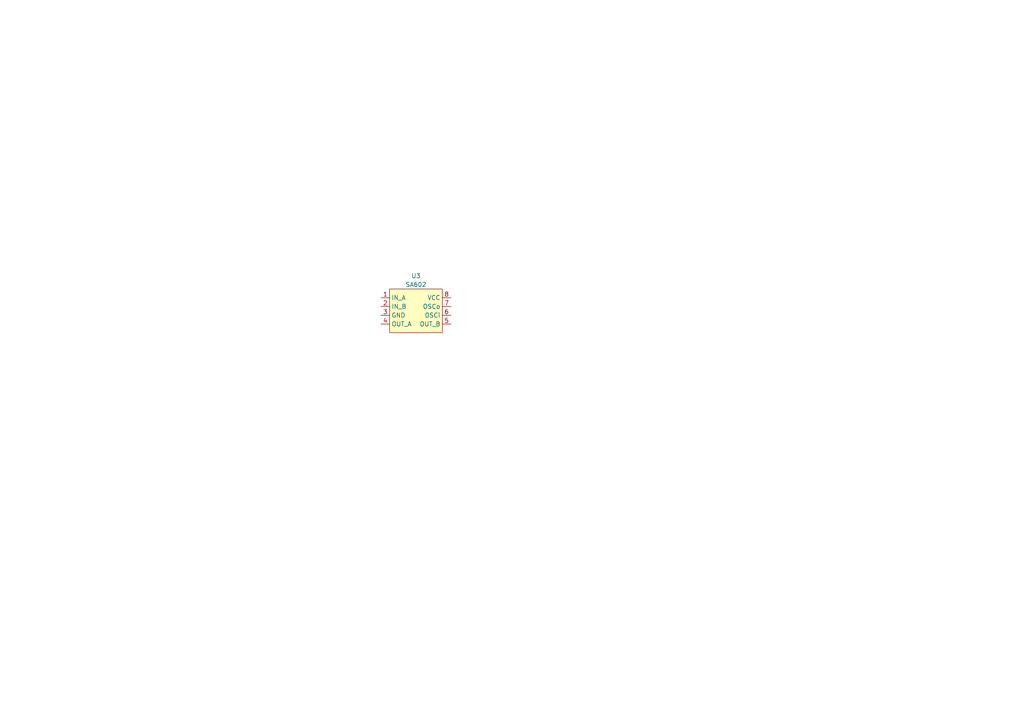
<source format=kicad_sch>
(kicad_sch (version 20230121) (generator eeschema)
  (paper "A4")
  (lib_symbols
    (symbol "ik2ywn:SA602"
      (property "Reference" "U" (at 0 7.62 0))
      (property "Value" "SA602" (at 0 -7.62 0))
      (symbol "SA602_0_1"
        (rectangle (start -7.62 6.35) (end 7.62 -6.35) (fill (type background)))
      )
      (symbol "SA602_1_1"
        (pin input line (at -10.16 3.81 0) (length 2.54) (name "IN_A") (number "1"))
        (pin input line (at -10.16 1.27 0) (length 2.54) (name "IN_B") (number "2"))
        (pin input line (at -10.16 -1.27 0) (length 2.54) (name "GND") (number "3"))
        (pin input line (at -10.16 -3.81 0) (length 2.54) (name "OUT_A") (number "4"))
        (pin input line (at 10.16 -3.81 180) (length 2.54) (name "OUT_B") (number "5"))
        (pin input line (at 10.16 -1.27 180) (length 2.54) (name "OSCi") (number "6"))
        (pin input line (at 10.16 1.27 180) (length 2.54) (name "OSCo") (number "7"))
        (pin input line (at 10.16 3.81 180) (length 2.54) (name "VCC") (number "8"))
      )
    )
  )
  (symbol (lib_id "ik2ywn:SA602") (at 120.65 90.17 0) (unit 1)
    (property "Reference" "U3" (at 120.65 80.01 0))
    (property "Value" "SA602" (at 120.65 82.55 0))
    (property "Footprint" "Package_SO:SO-8_3.9x4.9mm_P1.27mm" (effects hide))
    (property "Datasheet" "https://www.nxp.com/docs/en/data-sheet/SA602A.pdf" (effects hide))
  )
)
</source>
